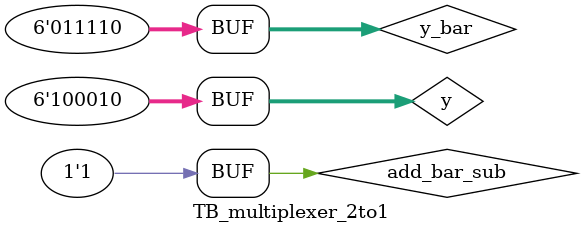
<source format=v>
`timescale 1ns/1ns

module TB_multiplexer_2to1();
	reg[5:0] y, y_bar;
	reg add_bar_sub;
	wire[5:0] result;
	multiplexer_2to1 Y_OR_YBAR_MUX(y, y_bar, add_bar_sub, result);

	initial begin
		y = 6'b100010;
		y_bar = 6'b011110;
		add_bar_sub = 0;
		#50;
		add_bar_sub = 1;
		#50;
	end
endmodule
</source>
